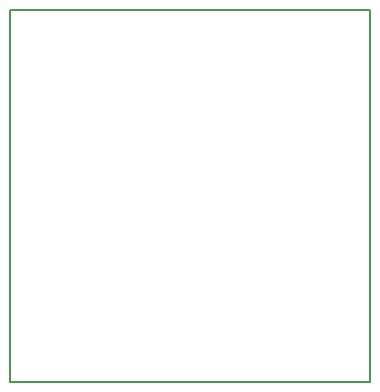
<source format=gbr>
G04 #@! TF.FileFunction,Profile,NP*
%FSLAX46Y46*%
G04 Gerber Fmt 4.6, Leading zero omitted, Abs format (unit mm)*
G04 Created by KiCad (PCBNEW 4.0.7) date 01/31/18 00:20:31*
%MOMM*%
%LPD*%
G01*
G04 APERTURE LIST*
%ADD10C,0.100000*%
%ADD11C,0.150000*%
G04 APERTURE END LIST*
D10*
D11*
X125476000Y-116840000D02*
X125476000Y-85344000D01*
X155956000Y-116840000D02*
X125476000Y-116840000D01*
X155956000Y-85344000D02*
X155956000Y-116840000D01*
X125476000Y-85344000D02*
X155956000Y-85344000D01*
M02*

</source>
